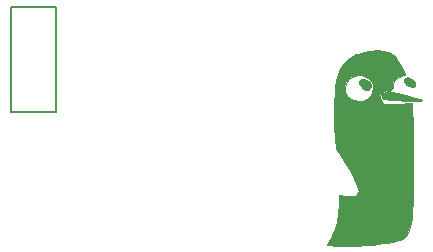
<source format=gbo>
G04 #@! TF.FileFunction,Legend,Bot*
%FSLAX46Y46*%
G04 Gerber Fmt 4.6, Leading zero omitted, Abs format (unit mm)*
G04 Created by KiCad (PCBNEW (2015-10-22 BZR 6274, Git d63c017)-product) date Sat Oct 24 14:44:23 2015*
%MOMM*%
G01*
G04 APERTURE LIST*
%ADD10C,0.100000*%
%ADD11C,0.150000*%
%ADD12C,0.010000*%
G04 APERTURE END LIST*
D10*
D11*
X118110000Y-105410000D02*
X115570000Y-105410000D01*
X115570000Y-105410000D02*
X115570000Y-114300000D01*
X115570000Y-114300000D02*
X119380000Y-114300000D01*
X119380000Y-114300000D02*
X119380000Y-105410000D01*
X119380000Y-105410000D02*
X118110000Y-105410000D01*
D12*
G36*
X145969264Y-109155998D02*
X145416550Y-109251777D01*
X144907417Y-109409038D01*
X144774199Y-109465765D01*
X144217394Y-109786793D01*
X143777348Y-110195135D01*
X143439862Y-110710101D01*
X143190735Y-111350999D01*
X143087134Y-111760000D01*
X143010427Y-112230990D01*
X142951260Y-112830347D01*
X142910756Y-113517900D01*
X142890036Y-114253482D01*
X142890221Y-114996922D01*
X142912434Y-115708052D01*
X142957796Y-116346702D01*
X142958783Y-116356796D01*
X143007043Y-116815178D01*
X143052767Y-117143176D01*
X143105604Y-117379303D01*
X143175202Y-117562068D01*
X143271211Y-117729983D01*
X143321718Y-117805323D01*
X143584232Y-118203675D01*
X143865405Y-118658631D01*
X144146235Y-119136384D01*
X144407717Y-119603128D01*
X144630850Y-120025058D01*
X144796628Y-120368368D01*
X144879093Y-120575775D01*
X144955802Y-120838628D01*
X144975766Y-121003709D01*
X144938113Y-121133098D01*
X144869657Y-121246933D01*
X144788118Y-121358842D01*
X144697081Y-121423968D01*
X144554695Y-121451867D01*
X144319109Y-121452094D01*
X144030554Y-121438518D01*
X143340666Y-121402372D01*
X143318831Y-122156644D01*
X143255861Y-122947430D01*
X143119508Y-123711897D01*
X142919909Y-124411277D01*
X142667200Y-125006803D01*
X142499364Y-125290707D01*
X142300474Y-125583788D01*
X142608904Y-125634796D01*
X142883527Y-125661274D01*
X143289488Y-125676241D01*
X143789238Y-125680456D01*
X144345227Y-125674678D01*
X144919904Y-125659667D01*
X145475721Y-125636181D01*
X145975127Y-125604980D01*
X146380572Y-125566822D01*
X146457726Y-125556987D01*
X147259995Y-125435730D01*
X147906924Y-125312010D01*
X148394376Y-125186786D01*
X148718215Y-125061022D01*
X148797915Y-125013005D01*
X149040555Y-124746205D01*
X149244683Y-124323467D01*
X149406378Y-123754614D01*
X149492609Y-123272034D01*
X149518822Y-122998623D01*
X149541837Y-122578899D01*
X149561543Y-122035856D01*
X149577829Y-121392484D01*
X149590582Y-120671779D01*
X149599693Y-119896731D01*
X149605048Y-119090333D01*
X149606538Y-118275579D01*
X149604051Y-117475461D01*
X149597476Y-116712971D01*
X149586701Y-116011103D01*
X149571615Y-115392848D01*
X149552106Y-114881199D01*
X149534665Y-114583451D01*
X149463330Y-113596901D01*
X148301376Y-113642899D01*
X147139421Y-113688898D01*
X146954544Y-113453864D01*
X146799997Y-113190030D01*
X146798524Y-112954682D01*
X146951075Y-112701932D01*
X146970580Y-112678867D01*
X147140006Y-112522592D01*
X147331711Y-112464997D01*
X147520913Y-112465909D01*
X147742055Y-112470890D01*
X147842250Y-112428742D01*
X147869293Y-112306499D01*
X147869745Y-112270961D01*
X146177000Y-112270961D01*
X146115858Y-112715675D01*
X145940149Y-113064241D01*
X145689102Y-113278464D01*
X145360496Y-113382273D01*
X144964240Y-113403619D01*
X144579163Y-113344451D01*
X144339610Y-113245095D01*
X144030380Y-112971860D01*
X143860148Y-112635879D01*
X143827552Y-112269127D01*
X143931228Y-111903579D01*
X144169813Y-111571212D01*
X144419393Y-111373513D01*
X144651230Y-111263470D01*
X144916575Y-111225923D01*
X145153783Y-111234243D01*
X145447597Y-111271571D01*
X145649473Y-111353099D01*
X145836589Y-111514470D01*
X145894616Y-111576379D01*
X146078116Y-111809180D01*
X146160341Y-112028845D01*
X146177000Y-112270961D01*
X147869745Y-112270961D01*
X147870333Y-112224892D01*
X147911489Y-111950588D01*
X147993604Y-111724879D01*
X148167611Y-111520178D01*
X148431868Y-111338311D01*
X148711045Y-111225607D01*
X148831309Y-111209667D01*
X148908146Y-111192777D01*
X148913881Y-111113554D01*
X148848878Y-110929171D01*
X148834007Y-110892167D01*
X148690194Y-110597627D01*
X148486745Y-110256106D01*
X148256137Y-109915131D01*
X148030844Y-109622229D01*
X147843345Y-109424926D01*
X147817064Y-109403937D01*
X147489459Y-109245671D01*
X147045661Y-109152134D01*
X146525615Y-109122513D01*
X145969264Y-109155998D01*
X145969264Y-109155998D01*
G37*
X145969264Y-109155998D02*
X145416550Y-109251777D01*
X144907417Y-109409038D01*
X144774199Y-109465765D01*
X144217394Y-109786793D01*
X143777348Y-110195135D01*
X143439862Y-110710101D01*
X143190735Y-111350999D01*
X143087134Y-111760000D01*
X143010427Y-112230990D01*
X142951260Y-112830347D01*
X142910756Y-113517900D01*
X142890036Y-114253482D01*
X142890221Y-114996922D01*
X142912434Y-115708052D01*
X142957796Y-116346702D01*
X142958783Y-116356796D01*
X143007043Y-116815178D01*
X143052767Y-117143176D01*
X143105604Y-117379303D01*
X143175202Y-117562068D01*
X143271211Y-117729983D01*
X143321718Y-117805323D01*
X143584232Y-118203675D01*
X143865405Y-118658631D01*
X144146235Y-119136384D01*
X144407717Y-119603128D01*
X144630850Y-120025058D01*
X144796628Y-120368368D01*
X144879093Y-120575775D01*
X144955802Y-120838628D01*
X144975766Y-121003709D01*
X144938113Y-121133098D01*
X144869657Y-121246933D01*
X144788118Y-121358842D01*
X144697081Y-121423968D01*
X144554695Y-121451867D01*
X144319109Y-121452094D01*
X144030554Y-121438518D01*
X143340666Y-121402372D01*
X143318831Y-122156644D01*
X143255861Y-122947430D01*
X143119508Y-123711897D01*
X142919909Y-124411277D01*
X142667200Y-125006803D01*
X142499364Y-125290707D01*
X142300474Y-125583788D01*
X142608904Y-125634796D01*
X142883527Y-125661274D01*
X143289488Y-125676241D01*
X143789238Y-125680456D01*
X144345227Y-125674678D01*
X144919904Y-125659667D01*
X145475721Y-125636181D01*
X145975127Y-125604980D01*
X146380572Y-125566822D01*
X146457726Y-125556987D01*
X147259995Y-125435730D01*
X147906924Y-125312010D01*
X148394376Y-125186786D01*
X148718215Y-125061022D01*
X148797915Y-125013005D01*
X149040555Y-124746205D01*
X149244683Y-124323467D01*
X149406378Y-123754614D01*
X149492609Y-123272034D01*
X149518822Y-122998623D01*
X149541837Y-122578899D01*
X149561543Y-122035856D01*
X149577829Y-121392484D01*
X149590582Y-120671779D01*
X149599693Y-119896731D01*
X149605048Y-119090333D01*
X149606538Y-118275579D01*
X149604051Y-117475461D01*
X149597476Y-116712971D01*
X149586701Y-116011103D01*
X149571615Y-115392848D01*
X149552106Y-114881199D01*
X149534665Y-114583451D01*
X149463330Y-113596901D01*
X148301376Y-113642899D01*
X147139421Y-113688898D01*
X146954544Y-113453864D01*
X146799997Y-113190030D01*
X146798524Y-112954682D01*
X146951075Y-112701932D01*
X146970580Y-112678867D01*
X147140006Y-112522592D01*
X147331711Y-112464997D01*
X147520913Y-112465909D01*
X147742055Y-112470890D01*
X147842250Y-112428742D01*
X147869293Y-112306499D01*
X147869745Y-112270961D01*
X146177000Y-112270961D01*
X146115858Y-112715675D01*
X145940149Y-113064241D01*
X145689102Y-113278464D01*
X145360496Y-113382273D01*
X144964240Y-113403619D01*
X144579163Y-113344451D01*
X144339610Y-113245095D01*
X144030380Y-112971860D01*
X143860148Y-112635879D01*
X143827552Y-112269127D01*
X143931228Y-111903579D01*
X144169813Y-111571212D01*
X144419393Y-111373513D01*
X144651230Y-111263470D01*
X144916575Y-111225923D01*
X145153783Y-111234243D01*
X145447597Y-111271571D01*
X145649473Y-111353099D01*
X145836589Y-111514470D01*
X145894616Y-111576379D01*
X146078116Y-111809180D01*
X146160341Y-112028845D01*
X146177000Y-112270961D01*
X147869745Y-112270961D01*
X147870333Y-112224892D01*
X147911489Y-111950588D01*
X147993604Y-111724879D01*
X148167611Y-111520178D01*
X148431868Y-111338311D01*
X148711045Y-111225607D01*
X148831309Y-111209667D01*
X148908146Y-111192777D01*
X148913881Y-111113554D01*
X148848878Y-110929171D01*
X148834007Y-110892167D01*
X148690194Y-110597627D01*
X148486745Y-110256106D01*
X148256137Y-109915131D01*
X148030844Y-109622229D01*
X147843345Y-109424926D01*
X147817064Y-109403937D01*
X147489459Y-109245671D01*
X147045661Y-109152134D01*
X146525615Y-109122513D01*
X145969264Y-109155998D01*
G36*
X147274662Y-112621175D02*
X147082041Y-112761478D01*
X146957287Y-112958306D01*
X146939000Y-113061186D01*
X146982192Y-113172615D01*
X147136042Y-113242232D01*
X147298833Y-113273190D01*
X147568327Y-113303171D01*
X147934361Y-113329718D01*
X148363455Y-113351990D01*
X148822132Y-113369149D01*
X149276914Y-113380356D01*
X149694323Y-113384770D01*
X150040882Y-113381552D01*
X150283111Y-113369863D01*
X150385509Y-113350585D01*
X150343130Y-113306962D01*
X150139829Y-113233329D01*
X149781071Y-113131116D01*
X149272324Y-113001752D01*
X148619054Y-112846666D01*
X147826728Y-112667287D01*
X147475504Y-112589802D01*
X147274662Y-112621175D01*
X147274662Y-112621175D01*
G37*
X147274662Y-112621175D02*
X147082041Y-112761478D01*
X146957287Y-112958306D01*
X146939000Y-113061186D01*
X146982192Y-113172615D01*
X147136042Y-113242232D01*
X147298833Y-113273190D01*
X147568327Y-113303171D01*
X147934361Y-113329718D01*
X148363455Y-113351990D01*
X148822132Y-113369149D01*
X149276914Y-113380356D01*
X149694323Y-113384770D01*
X150040882Y-113381552D01*
X150283111Y-113369863D01*
X150385509Y-113350585D01*
X150343130Y-113306962D01*
X150139829Y-113233329D01*
X149781071Y-113131116D01*
X149272324Y-113001752D01*
X148619054Y-112846666D01*
X147826728Y-112667287D01*
X147475504Y-112589802D01*
X147274662Y-112621175D01*
G36*
X148959834Y-111453762D02*
X148920433Y-111502943D01*
X148822217Y-111668699D01*
X148831707Y-111800309D01*
X148960948Y-111956712D01*
X149025696Y-112018043D01*
X149248669Y-112161685D01*
X149486544Y-112222420D01*
X149686385Y-112195119D01*
X149789586Y-112092056D01*
X149775802Y-111919740D01*
X149653791Y-111715361D01*
X149462955Y-111529798D01*
X149271617Y-111423260D01*
X149083450Y-111384057D01*
X148959834Y-111453762D01*
X148959834Y-111453762D01*
G37*
X148959834Y-111453762D02*
X148920433Y-111502943D01*
X148822217Y-111668699D01*
X148831707Y-111800309D01*
X148960948Y-111956712D01*
X149025696Y-112018043D01*
X149248669Y-112161685D01*
X149486544Y-112222420D01*
X149686385Y-112195119D01*
X149789586Y-112092056D01*
X149775802Y-111919740D01*
X149653791Y-111715361D01*
X149462955Y-111529798D01*
X149271617Y-111423260D01*
X149083450Y-111384057D01*
X148959834Y-111453762D01*
G36*
X145176386Y-111573408D02*
X145042398Y-111694532D01*
X145035015Y-111714469D01*
X145036328Y-111950762D01*
X145158396Y-112176403D01*
X145359229Y-112357129D01*
X145596835Y-112458675D01*
X145829223Y-112446779D01*
X145893371Y-112414870D01*
X146010170Y-112254477D01*
X146012835Y-112037985D01*
X145914840Y-111820608D01*
X145729656Y-111657561D01*
X145705722Y-111645849D01*
X145408946Y-111556009D01*
X145176386Y-111573408D01*
X145176386Y-111573408D01*
G37*
X145176386Y-111573408D02*
X145042398Y-111694532D01*
X145035015Y-111714469D01*
X145036328Y-111950762D01*
X145158396Y-112176403D01*
X145359229Y-112357129D01*
X145596835Y-112458675D01*
X145829223Y-112446779D01*
X145893371Y-112414870D01*
X146010170Y-112254477D01*
X146012835Y-112037985D01*
X145914840Y-111820608D01*
X145729656Y-111657561D01*
X145705722Y-111645849D01*
X145408946Y-111556009D01*
X145176386Y-111573408D01*
M02*

</source>
